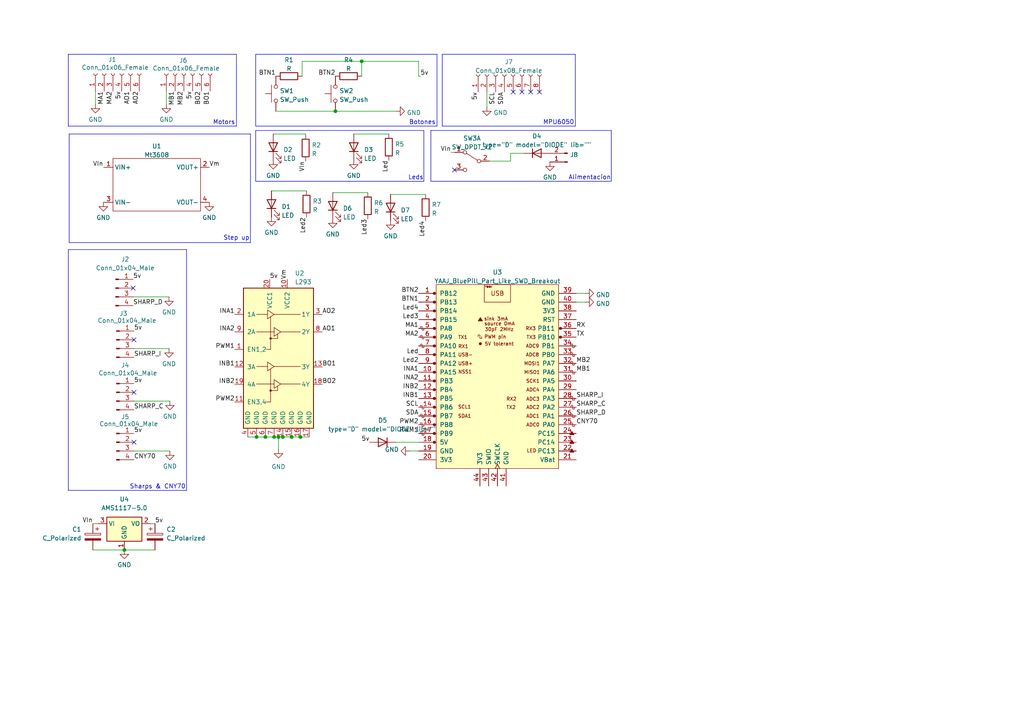
<source format=kicad_sch>
(kicad_sch (version 20230121) (generator eeschema)
  (paper "A4")
  (lib_symbols
    (symbol "Connector:Conn_01x02_Male" (pin_names (offset 1.016) hide)
      (property "Reference" "J" (at 0 2.54 0))
      (property "Value" "Conn_01x02_Male" (at 0 -5.08 0))
      (symbol "Conn_01x02_Male_1_1"
        (polyline (pts (xy 1.27 -2.54) (xy 0.8636 -2.54)) (stroke (width 0.1524)))
        (polyline (pts (xy 1.27 0) (xy 0.8636 0)) (stroke (width 0.1524)))
        (rectangle (start 0.8636 -2.413) (end 0 -2.667) (stroke (width 0.1524)) (fill (type outline)))
        (rectangle (start 0.8636 0.127) (end 0 -0.127) (stroke (width 0.1524)) (fill (type outline)))
        (pin passive line (at 5.08 0 180) (length 3.81) (name "Pin_1") (number "1"))
        (pin passive line (at 5.08 -2.54 180) (length 3.81) (name "Pin_2") (number "2"))
      )
    )
    (symbol "Connector:Conn_01x04_Male" (pin_names (offset 1.016) hide)
      (property "Reference" "J" (at 0 5.08 0))
      (property "Value" "Conn_01x04_Male" (at 0 -7.62 0))
      (symbol "Conn_01x04_Male_1_1"
        (polyline (pts (xy 1.27 -5.08) (xy 0.8636 -5.08)) (stroke (width 0.1524)))
        (polyline (pts (xy 1.27 -2.54) (xy 0.8636 -2.54)) (stroke (width 0.1524)))
        (polyline (pts (xy 1.27 0) (xy 0.8636 0)) (stroke (width 0.1524)))
        (polyline (pts (xy 1.27 2.54) (xy 0.8636 2.54)) (stroke (width 0.1524)))
        (rectangle (start 0.8636 -4.953) (end 0 -5.207) (stroke (width 0.1524)) (fill (type outline)))
        (rectangle (start 0.8636 -2.413) (end 0 -2.667) (stroke (width 0.1524)) (fill (type outline)))
        (rectangle (start 0.8636 0.127) (end 0 -0.127) (stroke (width 0.1524)) (fill (type outline)))
        (rectangle (start 0.8636 2.667) (end 0 2.413) (stroke (width 0.1524)) (fill (type outline)))
        (pin passive line (at 5.08 2.54 180) (length 3.81) (name "Pin_1") (number "1"))
        (pin passive line (at 5.08 0 180) (length 3.81) (name "Pin_2") (number "2"))
        (pin passive line (at 5.08 -2.54 180) (length 3.81) (name "Pin_3") (number "3"))
        (pin passive line (at 5.08 -5.08 180) (length 3.81) (name "Pin_4") (number "4"))
      )
    )
    (symbol "Connector:Conn_01x06_Female" (pin_names (offset 1.016) hide)
      (property "Reference" "J" (at 0 7.62 0))
      (property "Value" "Conn_01x06_Female" (at 0 -10.16 0))
      (symbol "Conn_01x06_Female_1_1"
        (arc (start 0 -7.112) (mid -0.5058 -7.62) (end 0 -8.128) (stroke (width 0.1524)))
        (arc (start 0 -4.572) (mid -0.5058 -5.08) (end 0 -5.588) (stroke (width 0.1524)))
        (arc (start 0 -2.032) (mid -0.5058 -2.54) (end 0 -3.048) (stroke (width 0.1524)))
        (polyline (pts (xy -1.27 -7.62) (xy -0.508 -7.62)) (stroke (width 0.1524)))
        (polyline (pts (xy -1.27 -5.08) (xy -0.508 -5.08)) (stroke (width 0.1524)))
        (polyline (pts (xy -1.27 -2.54) (xy -0.508 -2.54)) (stroke (width 0.1524)))
        (polyline (pts (xy -1.27 0) (xy -0.508 0)) (stroke (width 0.1524)))
        (polyline (pts (xy -1.27 2.54) (xy -0.508 2.54)) (stroke (width 0.1524)))
        (polyline (pts (xy -1.27 5.08) (xy -0.508 5.08)) (stroke (width 0.1524)))
        (arc (start 0 0.508) (mid -0.5058 0) (end 0 -0.508) (stroke (width 0.1524)))
        (arc (start 0 3.048) (mid -0.5058 2.54) (end 0 2.032) (stroke (width 0.1524)))
        (arc (start 0 5.588) (mid -0.5058 5.08) (end 0 4.572) (stroke (width 0.1524)))
        (pin passive line (at -5.08 5.08 0) (length 3.81) (name "Pin_1") (number "1"))
        (pin passive line (at -5.08 2.54 0) (length 3.81) (name "Pin_2") (number "2"))
        (pin passive line (at -5.08 0 0) (length 3.81) (name "Pin_3") (number "3"))
        (pin passive line (at -5.08 -2.54 0) (length 3.81) (name "Pin_4") (number "4"))
        (pin passive line (at -5.08 -5.08 0) (length 3.81) (name "Pin_5") (number "5"))
        (pin passive line (at -5.08 -7.62 0) (length 3.81) (name "Pin_6") (number "6"))
      )
    )
    (symbol "Connector:Conn_01x08_Female" (pin_names (offset 1.016) hide)
      (property "Reference" "J" (at 0 10.16 0))
      (property "Value" "Conn_01x08_Female" (at 0 -12.7 0))
      (symbol "Conn_01x08_Female_1_1"
        (arc (start 0 -9.652) (mid -0.5058 -10.16) (end 0 -10.668) (stroke (width 0.1524)))
        (arc (start 0 -7.112) (mid -0.5058 -7.62) (end 0 -8.128) (stroke (width 0.1524)))
        (arc (start 0 -4.572) (mid -0.5058 -5.08) (end 0 -5.588) (stroke (width 0.1524)))
        (arc (start 0 -2.032) (mid -0.5058 -2.54) (end 0 -3.048) (stroke (width 0.1524)))
        (polyline (pts (xy -1.27 -10.16) (xy -0.508 -10.16)) (stroke (width 0.1524)))
        (polyline (pts (xy -1.27 -7.62) (xy -0.508 -7.62)) (stroke (width 0.1524)))
        (polyline (pts (xy -1.27 -5.08) (xy -0.508 -5.08)) (stroke (width 0.1524)))
        (polyline (pts (xy -1.27 -2.54) (xy -0.508 -2.54)) (stroke (width 0.1524)))
        (polyline (pts (xy -1.27 0) (xy -0.508 0)) (stroke (width 0.1524)))
        (polyline (pts (xy -1.27 2.54) (xy -0.508 2.54)) (stroke (width 0.1524)))
        (polyline (pts (xy -1.27 5.08) (xy -0.508 5.08)) (stroke (width 0.1524)))
        (polyline (pts (xy -1.27 7.62) (xy -0.508 7.62)) (stroke (width 0.1524)))
        (arc (start 0 0.508) (mid -0.5058 0) (end 0 -0.508) (stroke (width 0.1524)))
        (arc (start 0 3.048) (mid -0.5058 2.54) (end 0 2.032) (stroke (width 0.1524)))
        (arc (start 0 5.588) (mid -0.5058 5.08) (end 0 4.572) (stroke (width 0.1524)))
        (arc (start 0 8.128) (mid -0.5058 7.62) (end 0 7.112) (stroke (width 0.1524)))
        (pin passive line (at -5.08 7.62 0) (length 3.81) (name "Pin_1") (number "1"))
        (pin passive line (at -5.08 5.08 0) (length 3.81) (name "Pin_2") (number "2"))
        (pin passive line (at -5.08 2.54 0) (length 3.81) (name "Pin_3") (number "3"))
        (pin passive line (at -5.08 0 0) (length 3.81) (name "Pin_4") (number "4"))
        (pin passive line (at -5.08 -2.54 0) (length 3.81) (name "Pin_5") (number "5"))
        (pin passive line (at -5.08 -5.08 0) (length 3.81) (name "Pin_6") (number "6"))
        (pin passive line (at -5.08 -7.62 0) (length 3.81) (name "Pin_7") (number "7"))
        (pin passive line (at -5.08 -10.16 0) (length 3.81) (name "Pin_8") (number "8"))
      )
    )
    (symbol "Device:C_Polarized" (pin_numbers hide) (pin_names (offset 0.254))
      (property "Reference" "C" (at 0.635 2.54 0))
      (property "Value" "C_Polarized" (at 0.635 -2.54 0))
      (symbol "C_Polarized_0_1"
        (rectangle (start -2.286 0.508) (end 2.286 1.016))
        (polyline (pts (xy -1.778 2.286) (xy -0.762 2.286)))
        (polyline (pts (xy -1.27 2.794) (xy -1.27 1.778)))
        (rectangle (start 2.286 -0.508) (end -2.286 -1.016) (fill (type outline)))
      )
      (symbol "C_Polarized_1_1"
        (pin passive line (at 0 3.81 270) (length 2.794) (name "~") (number "1"))
        (pin passive line (at 0 -3.81 90) (length 2.794) (name "~") (number "2"))
      )
    )
    (symbol "Device:LED" (pin_numbers hide) (pin_names (offset 1.016) hide)
      (property "Reference" "D" (at 0 2.54 0))
      (property "Value" "LED" (at 0 -2.54 0))
      (symbol "LED_0_1"
        (polyline (pts (xy -1.27 -1.27) (xy -1.27 1.27)) (stroke (width 0.254)))
        (polyline (pts (xy -1.27 0) (xy 1.27 0)))
        (polyline (pts (xy 1.27 -1.27) (xy 1.27 1.27) (xy -1.27 0) (xy 1.27 -1.27)) (stroke (width 0.254)))
        (polyline (pts (xy -3.048 -0.762) (xy -4.572 -2.286) (xy -3.81 -2.286) (xy -4.572 -2.286) (xy -4.572 -1.524)))
        (polyline (pts (xy -1.778 -0.762) (xy -3.302 -2.286) (xy -2.54 -2.286) (xy -3.302 -2.286) (xy -3.302 -1.524)))
      )
      (symbol "LED_1_1"
        (pin passive line (at -3.81 0 0) (length 2.54) (name "K") (number "1"))
        (pin passive line (at 3.81 0 180) (length 2.54) (name "A") (number "2"))
      )
    )
    (symbol "Device:R" (pin_numbers hide) (pin_names (offset 0))
      (property "Reference" "R" (at 2.032 0 90))
      (property "Value" "R" (at 0 0 90))
      (symbol "R_0_1"
        (rectangle (start -1.016 -2.54) (end 1.016 2.54) (stroke (width 0.254)))
      )
      (symbol "R_1_1"
        (pin passive line (at 0 3.81 270) (length 1.27) (name "~") (number "1"))
        (pin passive line (at 0 -3.81 90) (length 1.27) (name "~") (number "2"))
      )
    )
    (symbol "Driver_Motor:L293" (pin_names (offset 1.016))
      (property "Reference" "U2" (at 4.7341 27.178 0))
      (property "Value" "L293" (at 4.7341 24.638 0))
      (symbol "L293_0_1"
        (rectangle (start -10.16 22.86) (end 10.16 -17.78) (stroke (width 0.254)) (fill (type background)))
        (circle (center -2.286 -6.858) (radius 0.254) (fill (type outline)))
        (circle (center -2.286 8.255) (radius 0.254) (fill (type outline)))
        (polyline (pts (xy -6.35 -4.953) (xy -1.27 -4.953)))
        (polyline (pts (xy -6.35 0.127) (xy -3.175 0.127)))
        (polyline (pts (xy -6.35 10.16) (xy -1.27 10.16)))
        (polyline (pts (xy -6.35 15.24) (xy -3.175 15.24)))
        (polyline (pts (xy -1.27 0.127) (xy 6.35 0.127)))
        (polyline (pts (xy -1.27 15.24) (xy 6.35 15.24)))
        (polyline (pts (xy 0.635 -4.953) (xy 6.35 -4.953)))
        (polyline (pts (xy 0.635 10.16) (xy 6.35 10.16)))
        (polyline (pts (xy -2.286 -6.858) (xy -0.254 -6.858) (xy -0.254 -5.588)))
        (polyline (pts (xy -2.286 -0.635) (xy -2.286 -10.16) (xy -3.556 -10.16)))
        (polyline (pts (xy -2.286 8.255) (xy -0.254 8.255) (xy -0.254 9.525)))
        (polyline (pts (xy -2.286 14.478) (xy -2.286 5.08) (xy -3.556 5.08)))
        (polyline (pts (xy -3.175 1.397) (xy -3.175 -1.143) (xy -1.27 0.127) (xy -3.175 1.397)))
        (polyline (pts (xy -3.175 16.51) (xy -3.175 13.97) (xy -1.27 15.24) (xy -3.175 16.51)))
        (polyline (pts (xy -1.27 -3.683) (xy -1.27 -6.223) (xy 0.635 -4.953) (xy -1.27 -3.683)))
        (polyline (pts (xy -1.27 11.43) (xy -1.27 8.89) (xy 0.635 10.16) (xy -1.27 11.43)))
      )
      (symbol "L293_1_1"
        (pin input line (at -12.7 5.08 0) (length 2.54) (name "EN1,2") (number "1"))
        (pin power_in line (at 2.54 25.4 270) (length 2.54) (name "VCC2") (number "10"))
        (pin input line (at -12.7 -10.16 0) (length 2.54) (name "EN3,4") (number "11"))
        (pin input line (at -12.7 0 0) (length 2.54) (name "3A") (number "12"))
        (pin output line (at 12.7 0 180) (length 2.54) (name "3Y") (number "13"))
        (pin power_in line (at 1.27 -20.32 90) (length 2.54) (name "GND") (number "14"))
        (pin power_in line (at 3.81 -20.32 90) (length 2.54) (name "GND") (number "15"))
        (pin power_in line (at 6.35 -20.32 90) (length 2.54) (name "GND") (number "16"))
        (pin power_in line (at 8.89 -20.32 90) (length 2.54) (name "GND") (number "17"))
        (pin output line (at 12.7 -5.08 180) (length 2.54) (name "4Y") (number "18"))
        (pin input line (at -12.7 -5.08 0) (length 2.54) (name "4A") (number "19"))
        (pin input line (at -12.7 15.24 0) (length 2.54) (name "1A") (number "2"))
        (pin power_in line (at -2.54 25.4 270) (length 2.54) (name "VCC1") (number "20"))
        (pin output line (at 12.7 15.24 180) (length 2.54) (name "1Y") (number "3"))
        (pin power_in line (at -8.89 -20.32 90) (length 2.54) (name "GND") (number "4"))
        (pin power_in line (at -6.35 -20.32 90) (length 2.54) (name "GND") (number "5"))
        (pin power_in line (at -3.81 -20.32 90) (length 2.54) (name "GND") (number "6"))
        (pin power_in line (at -1.27 -20.32 90) (length 2.54) (name "GND") (number "7"))
        (pin output line (at 12.7 10.16 180) (length 2.54) (name "2Y") (number "8"))
        (pin input line (at -12.7 10.16 0) (length 2.54) (name "2A") (number "9"))
      )
    )
    (symbol "GND_1" (power) (pin_names (offset 0))
      (property "Value" "GND_1" (at 0 -3.81 0))
      (symbol "GND_1_0_1"
        (polyline (pts (xy 0 0) (xy 0 -1.27) (xy 1.27 -1.27) (xy 0 -2.54) (xy -1.27 -1.27) (xy 0 -1.27)))
      )
      (symbol "GND_1_1_1"
        (pin power_in line (at 0 0 270) (length 0) hide (name "GND") (number "1"))
      )
    )
    (symbol "Regulator_Linear:AMS1117-5.0"
      (property "Reference" "U" (at -3.81 3.175 0))
      (property "Value" "AMS1117-5.0" (at 0 3.175 0))
      (symbol "AMS1117-5.0_0_1"
        (rectangle (start -5.08 -5.08) (end 5.08 1.905) (stroke (width 0.254)) (fill (type background)))
      )
      (symbol "AMS1117-5.0_1_1"
        (pin power_in line (at 0 -7.62 90) (length 2.54) (name "GND") (number "1"))
        (pin power_out line (at 7.62 0 180) (length 2.54) (name "VO") (number "2"))
        (pin power_in line (at -7.62 0 0) (length 2.54) (name "VI") (number "3"))
      )
    )
    (symbol "Simulation_SPICE:DIODE" (pin_numbers hide) (pin_names (offset 1.016) hide)
      (property "Reference" "D" (at 0 2.54 0))
      (property "Value" "DIODE" (at 0 -2.54 0))
      (symbol "DIODE_0_1"
        (polyline (pts (xy 1.27 0) (xy -1.27 0)))
        (polyline (pts (xy 1.27 1.27) (xy 1.27 -1.27)) (stroke (width 0.254)))
        (polyline (pts (xy -1.27 -1.27) (xy -1.27 1.27) (xy 1.27 0) (xy -1.27 -1.27)) (stroke (width 0.254)))
      )
      (symbol "DIODE_1_1"
        (pin passive line (at -3.81 0 0) (length 2.54) (name "A") (number "1"))
        (pin passive line (at 3.81 0 180) (length 2.54) (name "K") (number "2"))
      )
    )
    (symbol "Switch:SW_DPDT_x2" (pin_names (offset 0) hide)
      (property "Reference" "SW" (at 0 4.318 0))
      (property "Value" "SW_DPDT_x2" (at 0 -5.08 0))
      (symbol "SW_DPDT_x2_0_0"
        (circle (center -2.032 0) (radius 0.508))
        (circle (center 2.032 -2.54) (radius 0.508))
      )
      (symbol "SW_DPDT_x2_0_1"
        (polyline (pts (xy -1.524 0.254) (xy 1.651 2.286)))
        (circle (center 2.032 2.54) (radius 0.508))
      )
      (symbol "SW_DPDT_x2_1_1"
        (pin passive line (at 5.08 2.54 180) (length 2.54) (name "A") (number "1"))
        (pin passive line (at -5.08 0 0) (length 2.54) (name "B") (number "2"))
        (pin passive line (at 5.08 -2.54 180) (length 2.54) (name "C") (number "3"))
      )
      (symbol "SW_DPDT_x2_2_1"
        (pin passive line (at 5.08 2.54 180) (length 2.54) (name "A") (number "4"))
        (pin passive line (at -5.08 0 0) (length 2.54) (name "B") (number "5"))
        (pin passive line (at 5.08 -2.54 180) (length 2.54) (name "C") (number "6"))
      )
    )
    (symbol "Switch:SW_Push" (pin_numbers hide) (pin_names (offset 1.016) hide)
      (property "Reference" "SW" (at 1.27 2.54 0))
      (property "Value" "SW_Push" (at 0 -1.524 0))
      (symbol "SW_Push_0_1"
        (circle (center -2.032 0) (radius 0.508))
        (polyline (pts (xy 0 1.27) (xy 0 3.048)))
        (polyline (pts (xy 2.54 1.27) (xy -2.54 1.27)))
        (circle (center 2.032 0) (radius 0.508))
        (pin passive line (at -5.08 0 0) (length 2.54) (name "1") (number "1"))
        (pin passive line (at 5.08 0 180) (length 2.54) (name "2") (number "2"))
      )
    )
    (symbol "YAAJ_BluePill_Part_Like_SWD_Breakout:YAAJ_BluePill_Part_Like_SWD_Breakout" (pin_names (offset 1.016))
      (property "Reference" "U" (at -15.24 27.94 0))
      (property "Value" "YAAJ_BluePill_Part_Like_SWD_Breakout" (at 20.32 27.94 0))
      (symbol "YAAJ_BluePill_Part_Like_SWD_Breakout_0_0"
        (circle (center -18.288 -20.32) (radius 0.3556) (fill (type outline)))
        (circle (center -18.288 -17.78) (radius 0.3556) (fill (type outline)))
        (circle (center -18.288 -15.24) (radius 0.3556) (fill (type outline)))
        (circle (center -18.288 -12.7) (radius 0.3556) (fill (type outline)))
        (circle (center -18.288 -10.16) (radius 0.3556) (fill (type outline)))
        (circle (center -18.288 -7.62) (radius 0.3556) (fill (type outline)))
        (circle (center -18.288 -5.08) (radius 0.3556) (fill (type outline)))
        (circle (center -18.288 -2.54) (radius 0.3556) (fill (type outline)))
        (circle (center -18.288 0) (radius 0.3556) (fill (type outline)))
        (circle (center -18.288 2.54) (radius 0.3556) (fill (type outline)))
        (circle (center -18.288 5.08) (radius 0.3556) (fill (type outline)))
        (circle (center -18.288 7.62) (radius 0.3556) (fill (type outline)))
        (circle (center -18.288 10.16) (radius 0.3556) (fill (type outline)))
        (circle (center -18.288 12.7) (radius 0.3556) (fill (type outline)))
        (circle (center -18.288 15.24) (radius 0.3556) (fill (type outline)))
        (circle (center -18.288 17.78) (radius 0.3556) (fill (type outline)))
        (circle (center -18.288 22.86) (radius 0.3556) (fill (type outline)))
        (circle (center -4.953 8.255) (radius 0.127) (fill (type outline)))
        (circle (center -4.953 8.255) (radius 0.254))
        (circle (center -4.953 8.255) (radius 0.3556))
        (polyline (pts (xy -5.588 14.859) (xy -4.953 15.875) (xy -4.318 14.859) (xy -5.588 14.859) (xy -4.953 15.748) (xy -4.445 14.859) (xy -5.461 14.986) (xy -4.953 15.621) (xy -4.572 14.859) (xy -5.334 15.113) (xy -4.826 15.494) (xy -4.699 14.859) (xy -5.207 15.24) (xy -4.699 15.367) (xy -4.826 14.986) (xy -5.08 15.24) (xy -4.826 15.113) (xy -4.953 15.367)))
        (polyline (pts (xy 20.955 -23.241) (xy 21.59 -22.225) (xy 22.225 -23.241) (xy 20.955 -23.241) (xy 21.59 -22.352) (xy 22.098 -23.241) (xy 21.082 -23.114) (xy 21.59 -22.479) (xy 21.971 -23.241) (xy 21.209 -22.987) (xy 21.717 -22.606) (xy 21.844 -23.241) (xy 21.336 -22.86) (xy 21.844 -22.733) (xy 21.717 -23.114) (xy 21.463 -22.86) (xy 21.717 -22.987) (xy 21.59 -22.733)))
        (polyline (pts (xy 20.955 -20.701) (xy 21.59 -19.685) (xy 22.225 -20.701) (xy 20.955 -20.701) (xy 21.59 -19.812) (xy 22.098 -20.701) (xy 21.082 -20.574) (xy 21.59 -19.939) (xy 21.971 -20.701) (xy 21.209 -20.447) (xy 21.717 -20.066) (xy 21.844 -20.701) (xy 21.336 -20.32) (xy 21.844 -20.193) (xy 21.717 -20.574) (xy 21.463 -20.32) (xy 21.717 -20.447) (xy 21.59 -20.193)))
        (polyline (pts (xy 20.955 -18.161) (xy 21.59 -17.145) (xy 22.225 -18.161) (xy 20.955 -18.161) (xy 21.59 -17.272) (xy 22.098 -18.161) (xy 21.082 -18.034) (xy 21.59 -17.399) (xy 21.971 -18.161) (xy 21.209 -17.907) (xy 21.717 -17.526) (xy 21.844 -18.161) (xy 21.336 -17.78) (xy 21.844 -17.653) (xy 21.717 -18.034) (xy 21.463 -17.78) (xy 21.717 -17.907) (xy 21.59 -17.653)))
        (circle (center 18.288 10.16) (radius 0.254) (fill (type outline)))
        (circle (center 18.288 10.16) (radius 0.3556))
        (circle (center 18.288 12.7) (radius 0.254) (fill (type outline)))
        (circle (center 18.288 12.7) (radius 0.3556))
        (text "30pF 2MHz" (at 0.508 12.446 0) (effects (font (size 0.9906 0.9906))))
        (text "5V tolerant" (at 0.508 8.255 0) (effects (font (size 0.9906 0.9906))))
        (text "ADC0" (at 10.287 -15.24 0) (effects (font (size 0.9906 0.9906))))
        (text "ADC1" (at 10.287 -12.7 0) (effects (font (size 0.9906 0.9906))))
        (text "ADC2" (at 10.287 -10.16 0) (effects (font (size 0.9906 0.9906))))
        (text "ADC3" (at 10.287 -7.747 0) (effects (font (size 0.9906 0.9906))))
        (text "ADC4" (at 10.287 -5.08 0) (effects (font (size 0.9906 0.9906))))
        (text "ADC8" (at 10.16 5.08 0) (effects (font (size 0.9906 0.9906))))
        (text "ADC9" (at 10.16 7.62 0) (effects (font (size 0.9906 0.9906))))
        (text "LED" (at 9.906 -22.733 0) (effects (font (size 0.9906 0.9906))))
        (text "MISO1" (at 10.033 0 0) (effects (font (size 0.9906 0.9906))))
        (text "MOSI1" (at 10.033 2.54 0) (effects (font (size 0.9906 0.9906))))
        (text "NSS1" (at -9.398 0.127 0) (effects (font (size 0.9906 0.9906))))
        (text "PWM pin" (at -0.635 10.287 0) (effects (font (size 0.9906 0.9906))))
        (text "RX1" (at -9.906 7.493 0) (effects (font (size 0.9906 0.9906))))
        (text "RX2" (at 4.064 -7.747 0) (effects (font (size 0.9906 0.9906))))
        (text "RX3" (at 9.652 12.7 0) (effects (font (size 0.9906 0.9906))))
        (text "SCK1" (at 10.287 -2.54 0) (effects (font (size 0.9906 0.9906))))
        (text "SCL1" (at -9.525 -10.033 0) (effects (font (size 0.9906 0.9906))))
        (text "SDA1" (at -9.525 -12.7 0) (effects (font (size 0.9906 0.9906))))
        (text "sink 3mA" (at -0.381 15.494 0) (effects (font (size 0.9906 0.9906))))
        (text "source 0mA" (at 0.635 14.097 0) (effects (font (size 0.9906 0.9906))))
        (text "TX1" (at -10.033 10.16 0) (effects (font (size 0.9906 0.9906))))
        (text "TX2" (at 3.937 -10.16 0) (effects (font (size 0.9906 0.9906))))
        (text "TX3" (at 9.779 10.16 0) (effects (font (size 0.9906 0.9906))))
        (text "USB" (at 0 22.86 0) (effects (font (size 1.27 1.27))))
        (text "USB+" (at -9.271 2.54 0) (effects (font (size 0.9906 0.9906))))
        (text "USB-" (at -9.271 5.08 0) (effects (font (size 0.9906 0.9906))))
        (text "Y@@J" (at -2.5654 24.8412 0) (effects (font (size 0.508 0.508))))
      )
      (symbol "YAAJ_BluePill_Part_Like_SWD_Breakout_0_1"
        (rectangle (start -17.78 25.4) (end 17.78 -27.94) (fill (type background)))
        (polyline (pts (xy -21.336 -17.78) (xy -21.336 -18.288) (xy -21.844 -18.288) (xy -21.844 -17.272) (xy -22.352 -17.272) (xy -22.352 -17.78)))
        (polyline (pts (xy -21.336 -15.24) (xy -21.336 -15.748) (xy -21.844 -15.748) (xy -21.844 -14.732) (xy -22.352 -14.732) (xy -22.352 -15.24)))
        (polyline (pts (xy -21.336 -12.7) (xy -21.336 -13.208) (xy -21.844 -13.208) (xy -21.844 -12.192) (xy -22.352 -12.192) (xy -22.352 -12.7)))
        (polyline (pts (xy -21.336 -10.16) (xy -21.336 -10.668) (xy -21.844 -10.668) (xy -21.844 -9.652) (xy -22.352 -9.652) (xy -22.352 -10.16)))
        (polyline (pts (xy -21.336 7.62) (xy -21.336 7.112) (xy -21.844 7.112) (xy -21.844 8.128) (xy -22.352 8.128) (xy -22.352 7.62)))
        (polyline (pts (xy -21.336 10.16) (xy -21.336 9.652) (xy -21.844 9.652) (xy -21.844 10.668) (xy -22.352 10.668) (xy -22.352 10.16)))
        (polyline (pts (xy -21.336 12.7) (xy -21.336 12.192) (xy -21.844 12.192) (xy -21.844 13.208) (xy -22.352 13.208) (xy -22.352 12.7)))
        (polyline (pts (xy -4.572 10.287) (xy -4.572 9.779) (xy -5.08 9.779) (xy -5.08 10.795) (xy -5.588 10.795) (xy -5.588 10.287)))
        (polyline (pts (xy 22.352 -15.24) (xy 22.352 -15.748) (xy 21.844 -15.748) (xy 21.844 -14.732) (xy 21.336 -14.732) (xy 21.336 -15.24)))
        (polyline (pts (xy 22.352 -12.7) (xy 22.352 -13.208) (xy 21.844 -13.208) (xy 21.844 -12.192) (xy 21.336 -12.192) (xy 21.336 -12.7)))
        (polyline (pts (xy 22.352 -10.16) (xy 22.352 -10.668) (xy 21.844 -10.668) (xy 21.844 -9.652) (xy 21.336 -9.652) (xy 21.336 -10.16)))
        (polyline (pts (xy 22.352 -7.62) (xy 22.352 -8.128) (xy 21.844 -8.128) (xy 21.844 -7.112) (xy 21.336 -7.112) (xy 21.336 -7.62)))
        (polyline (pts (xy 22.352 0) (xy 22.352 -0.508) (xy 21.844 -0.508) (xy 21.844 0.508) (xy 21.336 0.508) (xy 21.336 0)))
        (polyline (pts (xy 22.352 2.54) (xy 22.352 2.032) (xy 21.844 2.032) (xy 21.844 3.048) (xy 21.336 3.048) (xy 21.336 2.54)))
        (polyline (pts (xy 22.352 5.08) (xy 22.352 4.572) (xy 21.844 4.572) (xy 21.844 5.588) (xy 21.336 5.588) (xy 21.336 5.08)))
        (polyline (pts (xy 22.352 7.62) (xy 22.352 7.112) (xy 21.844 7.112) (xy 21.844 8.128) (xy 21.336 8.128) (xy 21.336 7.62)))
        (rectangle (start 3.81 25.4) (end -3.81 20.32))
      )
      (symbol "YAAJ_BluePill_Part_Like_SWD_Breakout_1_1"
        (circle (center -18.288 20.32) (radius 0.3556) (fill (type outline)))
        (pin bidirectional line (at -22.86 22.86 0) (length 5.08) (name "PB12") (number "1"))
        (pin bidirectional line (at -22.86 0 0) (length 5.08) (name "PA15") (number "10"))
        (pin bidirectional line (at -22.86 -2.54 0) (length 5.08) (name "PB3") (number "11"))
        (pin bidirectional line (at -22.86 -5.08 0) (length 5.08) (name "PB4") (number "12"))
        (pin bidirectional line (at -22.86 -7.62 0) (length 5.08) (name "PB5") (number "13"))
        (pin bidirectional line (at -22.86 -10.16 0) (length 5.08) (name "PB6") (number "14"))
        (pin bidirectional line (at -22.86 -12.7 0) (length 5.08) (name "PB7") (number "15"))
        (pin bidirectional line (at -22.86 -15.24 0) (length 5.08) (name "PB8") (number "16"))
        (pin bidirectional line (at -22.86 -17.78 0) (length 5.08) (name "PB9") (number "17"))
        (pin power_in line (at -22.86 -20.32 0) (length 5.08) (name "5V") (number "18"))
        (pin power_in line (at -22.86 -22.86 0) (length 5.08) (name "GND") (number "19"))
        (pin bidirectional line (at -22.86 20.32 0) (length 5.08) (name "PB13") (number "2"))
        (pin power_in line (at -22.86 -25.4 0) (length 5.08) (name "3V3") (number "20"))
        (pin power_in line (at 22.86 -25.4 180) (length 5.08) (name "VBat") (number "21"))
        (pin bidirectional line (at 22.86 -22.86 180) (length 5.08) (name "PC13") (number "22"))
        (pin bidirectional line (at 22.86 -20.32 180) (length 5.08) (name "PC14") (number "23"))
        (pin bidirectional line (at 22.86 -17.78 180) (length 5.08) (name "PC15") (number "24"))
        (pin bidirectional line (at 22.86 -15.24 180) (length 5.08) (name "PA0") (number "25"))
        (pin bidirectional line (at 22.86 -12.7 180) (length 5.08) (name "PA1") (number "26"))
        (pin bidirectional line (at 22.86 -10.16 180) (length 5.08) (name "PA2") (number "27"))
        (pin bidirectional line (at 22.86 -7.62 180) (length 5.08) (name "PA3") (number "28"))
        (pin bidirectional line (at 22.86 -5.08 180) (length 5.08) (name "PA4") (number "29"))
        (pin bidirectional line (at -22.86 17.78 0) (length 5.08) (name "PB14") (number "3"))
        (pin bidirectional line (at 22.86 -2.54 180) (length 5.08) (name "PA5") (number "30"))
        (pin bidirectional line (at 22.86 0 180) (length 5.08) (name "PA6") (number "31"))
        (pin bidirectional line (at 22.86 2.54 180) (length 5.08) (name "PA7") (number "32"))
        (pin bidirectional line (at 22.86 5.08 180) (length 5.08) (name "PB0") (number "33"))
        (pin bidirectional line (at 22.86 7.62 180) (length 5.08) (name "PB1") (number "34"))
        (pin bidirectional line (at 22.86 10.16 180) (length 5.08) (name "PB10") (number "35"))
        (pin bidirectional line (at 22.86 12.7 180) (length 5.08) (name "PB11") (number "36"))
        (pin input line (at 22.86 15.24 180) (length 5.08) (name "RST") (number "37"))
        (pin power_in line (at 22.86 17.78 180) (length 5.08) (name "3V3") (number "38"))
        (pin power_in line (at 22.86 22.86 180) (length 5.08) (name "GND") (number "39"))
        (pin bidirectional line (at -22.86 15.24 0) (length 5.08) (name "PB15") (number "4"))
        (pin power_in line (at 22.86 20.32 180) (length 5.08) (name "GND") (number "40"))
        (pin power_in line (at 2.54 -33.02 90) (length 5.08) (name "GND") (number "41"))
        (pin bidirectional clock (at 0 -33.02 90) (length 5.08) (name "SWCLK") (number "42"))
        (pin bidirectional line (at -2.54 -33.02 90) (length 5.08) (name "SWIO") (number "43"))
        (pin power_in line (at -5.08 -33.02 90) (length 5.08) (name "3V3") (number "44"))
        (pin bidirectional line (at -22.86 12.7 0) (length 5.08) (name "PA8") (number "5"))
        (pin bidirectional line (at -22.86 10.16 0) (length 5.08) (name "PA9") (number "6"))
        (pin bidirectional line (at -22.86 7.62 0) (length 5.08) (name "PA10") (number "7"))
        (pin bidirectional line (at -22.86 5.08 0) (length 5.08) (name "PA11") (number "8"))
        (pin bidirectional line (at -22.86 2.54 0) (length 5.08) (name "PA12") (number "9"))
      )
    )
    (symbol "power:GND" (power) (pin_names (offset 0))
      (property "Value" "GND" (at 0 -3.81 0))
      (symbol "GND_0_1"
        (polyline (pts (xy 0 0) (xy 0 -1.27) (xy 1.27 -1.27) (xy 0 -2.54) (xy -1.27 -1.27) (xy 0 -1.27)))
      )
      (symbol "GND_1_1"
        (pin power_in line (at 0 0 270) (length 0) hide (name "GND") (number "1"))
      )
    )
    (symbol "propios:Mt3608"
      (property "Reference" "U" (at 0 0 0))
      (property "Value" "Mt3608" (at 0 0 0))
      (symbol "Mt3608_0_1"
        (rectangle (start -12.7 -2.54) (end 12.7 -17.78))
      )
      (symbol "Mt3608_1_1"
        (pin input line (at -15.24 -5.08 0) (length 2.54) (name "VIN+") (number "1"))
        (pin input line (at 15.24 -5.08 180) (length 2.54) (name "VOUT+") (number "2"))
        (pin input line (at -15.24 -15.24 0) (length 2.54) (name "VIN-") (number "3"))
        (pin input line (at 15.24 -15.24 180) (length 2.54) (name "VOUT-") (number "4"))
      )
    )
  )
  (junction (at 104.902 17.78))
  (junction (at 82.042 126.746))
  (junction (at 84.582 126.746))
  (junction (at 79.502 126.746))
  (junction (at 97.282 32.258))
  (junction (at 76.962 126.746))
  (junction (at 36.068 159.512))
  (junction (at 80.772 126.746))
  (junction (at 74.422 126.746))
  (junction (at 87.122 126.746))
  (no_connect (at 38.862 98.552))
  (no_connect (at 151.384 26.67))
  (no_connect (at 148.844 26.67))
  (no_connect (at 156.464 26.67))
  (no_connect (at 131.826 49.276))
  (no_connect (at 38.862 113.792))
  (no_connect (at 38.608 83.566))
  (no_connect (at 153.924 26.67))
  (no_connect (at 38.862 128.27))
  (polyline (pts (xy 74.168 36.576) (xy 74.168 15.748)))
  (wire (pts (xy 102.616 38.862) (xy 112.776 38.862)))
  (polyline (pts (xy 124.968 52.578) (xy 177.292 52.578)))
  (wire (pts (xy 82.042 126.746) (xy 84.582 126.746)))
  (wire (pts (xy 167.132 85.09) (xy 169.672 85.09)))
  (wire (pts (xy 79.502 126.746) (xy 80.772 126.746)))
  (wire (pts (xy 49.022 86.106) (xy 38.608 86.106)))
  (wire (pts (xy 80.772 130.302) (xy 80.772 126.746)))
  (polyline (pts (xy 19.812 72.39) (xy 19.812 142.24)))
  (wire (pts (xy 88.646 38.862) (xy 88.646 39.116)))
  (polyline (pts (xy 124.968 37.846) (xy 124.968 52.578)))
  (wire (pts (xy 29.972 58.674) (xy 30.226 58.674)))
  (wire (pts (xy 49.276 116.332) (xy 38.862 116.332)))
  (wire (pts (xy 167.132 87.63) (xy 169.672 87.63)))
  (polyline (pts (xy 126.746 15.748) (xy 126.746 36.576)))
  (wire (pts (xy 84.582 126.746) (xy 87.122 126.746)))
  (wire (pts (xy 121.92 22.098) (xy 121.412 22.098)))
  (wire (pts (xy 87.63 22.098) (xy 87.63 17.78)))
  (polyline (pts (xy 128.27 36.576) (xy 128.27 15.748)))
  (wire (pts (xy 148.082 46.736) (xy 141.986 46.736)))
  (polyline (pts (xy 128.27 15.748) (xy 166.878 15.748)))
  (wire (pts (xy 151.892 44.45) (xy 148.082 44.45)))
  (polyline (pts (xy 122.936 37.846) (xy 122.936 52.578)))
  (polyline (pts (xy 19.812 15.748) (xy 19.812 36.576)))
  (polyline (pts (xy 74.168 52.578) (xy 74.168 37.846)))
  (wire (pts (xy 29.972 48.514) (xy 30.226 48.514)))
  (polyline (pts (xy 126.746 36.576) (xy 74.168 36.576)))
  (polyline (pts (xy 19.812 15.748) (xy 68.58 15.748)))
  (wire (pts (xy 96.52 55.88) (xy 106.68 55.88)))
  (polyline (pts (xy 74.168 37.846) (xy 122.936 37.846)))
  (wire (pts (xy 130.81 44.196) (xy 131.826 44.196)))
  (wire (pts (xy 80.01 32.258) (xy 97.282 32.258)))
  (wire (pts (xy 104.902 22.098) (xy 104.902 17.78)))
  (wire (pts (xy 49.022 101.092) (xy 38.862 101.092)))
  (wire (pts (xy 36.068 159.512) (xy 44.958 159.512)))
  (wire (pts (xy 74.422 126.746) (xy 76.962 126.746)))
  (wire (pts (xy 87.63 17.78) (xy 104.902 17.78)))
  (wire (pts (xy 26.924 151.892) (xy 28.448 151.892)))
  (polyline (pts (xy 68.58 15.748) (xy 68.58 36.576)))
  (wire (pts (xy 121.412 17.78) (xy 121.412 22.098)))
  (wire (pts (xy 104.902 17.78) (xy 121.412 17.78)))
  (polyline (pts (xy 68.58 36.576) (xy 19.812 36.576)))
  (wire (pts (xy 76.962 126.746) (xy 79.502 126.746)))
  (wire (pts (xy 87.122 126.746) (xy 89.662 126.746)))
  (wire (pts (xy 49.276 130.81) (xy 38.862 130.81)))
  (wire (pts (xy 114.808 128.27) (xy 121.412 128.27)))
  (wire (pts (xy 80.772 126.746) (xy 82.042 126.746)))
  (polyline (pts (xy 20.066 38.862) (xy 72.644 38.862)))
  (wire (pts (xy 148.082 44.45) (xy 148.082 46.736)))
  (wire (pts (xy 27.686 30.226) (xy 27.686 26.416)))
  (polyline (pts (xy 72.644 70.358) (xy 20.066 70.358)))
  (wire (pts (xy 44.958 151.892) (xy 43.688 151.892)))
  (wire (pts (xy 97.282 32.258) (xy 114.808 32.258)))
  (polyline (pts (xy 20.066 38.862) (xy 20.066 70.358)))
  (wire (pts (xy 121.412 130.81) (xy 118.872 130.81)))
  (polyline (pts (xy 122.936 52.578) (xy 74.168 52.578)))
  (polyline (pts (xy 177.292 52.578) (xy 177.292 37.846)))
  (polyline (pts (xy 19.812 142.24) (xy 54.102 142.24)))
  (wire (pts (xy 113.284 56.388) (xy 123.444 56.388)))
  (polyline (pts (xy 54.102 142.24) (xy 54.102 72.39)))
  (wire (pts (xy 141.224 30.988) (xy 141.224 26.67)))
  (polyline (pts (xy 72.644 38.862) (xy 72.644 70.358)))
  (polyline (pts (xy 177.292 37.846) (xy 124.968 37.846)))
  (polyline (pts (xy 54.102 72.39) (xy 19.812 72.39)))
  (polyline (pts (xy 128.27 36.576) (xy 166.878 36.576)))
  (wire (pts (xy 78.74 55.372) (xy 88.9 55.372)))
  (wire (pts (xy 71.882 126.746) (xy 74.422 126.746)))
  (wire (pts (xy 79.248 38.862) (xy 88.646 38.862)))
  (polyline (pts (xy 124.968 37.846) (xy 124.968 37.846)))
  (polyline (pts (xy 166.878 15.748) (xy 166.878 36.576)))
  (wire (pts (xy 48.26 30.226) (xy 48.26 26.416)))
  (wire (pts (xy 26.924 159.512) (xy 36.068 159.512)))
  (polyline (pts (xy 74.168 15.748) (xy 126.746 15.748)))
  (text "Step up\n" (at 64.77 69.85 0) (effects (font (size 1.27 1.27)) (justify left bottom)))
  (text "Botones\n" (at 118.618 36.322 0) (effects (font (size 1.27 1.27)) (justify left bottom)))
  (text "Sharps & CNY70" (at 37.592 141.986 0) (effects (font (size 1.27 1.27)) (justify left bottom)))
  (text "MPU6050\n" (at 157.48 36.322 0) (effects (font (size 1.27 1.27)) (justify left bottom)))
  (text "Leds" (at 118.364 52.324 0) (effects (font (size 1.27 1.27)) (justify left bottom)))
  (text "Motors\n" (at 61.722 36.322 0) (effects (font (size 1.27 1.27)) (justify left bottom)))
  (text "Alimentacion\n" (at 164.846 52.324 0) (effects (font (size 1.27 1.27)) (justify left bottom)))
  (label "BO2" (at 93.472 111.506 0))
  (label "BTN2" (at 121.412 85.09 180))
  (label "5v" (at 44.958 151.892 0))
  (label "PWM2" (at 68.072 116.586 180))
  (label "5v" (at 55.88 26.416 270))
  (label "VIn" (at 26.924 151.892 180))
  (label "5v" (at 38.862 96.012 0))
  (label "PWM2" (at 121.412 123.19 180))
  (label "INA2" (at 68.072 96.266 180))
  (label "Led3" (at 106.68 63.5 270))
  (label "SHARP_C" (at 167.132 118.11 0))
  (label "5v" (at 38.862 111.252 0))
  (label "INA2" (at 121.412 110.49 180))
  (label "BTN1" (at 121.412 87.63 180))
  (label "BTN1" (at 80.01 22.098 180))
  (label "AO2" (at 40.386 26.416 270))
  (label "BTN2" (at 97.282 22.098 180))
  (label "SHARP_D" (at 167.132 120.65 0))
  (label "5v" (at 38.608 81.026 0))
  (label "SHARP_C" (at 38.862 118.872 0))
  (label "5v" (at 138.684 26.67 270))
  (label "CNY70" (at 167.132 123.19 0))
  (label "INB2" (at 121.412 113.03 180))
  (label "MB1" (at 167.132 107.95 0))
  (label "BO1" (at 60.96 26.416 270))
  (label "AO1" (at 37.846 26.416 270))
  (label "BO2" (at 58.42 26.416 270))
  (label "MA1" (at 121.412 95.25 180))
  (label "5v" (at 121.92 22.098 0))
  (label "Vm" (at 60.706 48.514 0))
  (label "Led2" (at 121.412 105.41 180))
  (label "INB1" (at 68.072 106.426 180))
  (label "BO1" (at 93.472 106.426 0))
  (label "SHARP_D" (at 38.608 88.646 0))
  (label "MA1" (at 30.226 26.416 270))
  (label "VIn" (at 88.646 46.736 270))
  (label "Led3" (at 121.412 92.71 180))
  (label "MB1" (at 50.8 26.416 270))
  (label "Led2" (at 88.9 62.992 270))
  (label "VIn" (at 29.972 48.514 180))
  (label "MA2" (at 121.412 97.79 180))
  (label "Led4" (at 121.412 90.17 180))
  (label "AO1" (at 93.472 96.266 0))
  (label "MB2" (at 167.132 105.41 0))
  (label "AO2" (at 93.472 91.186 0))
  (label "5v" (at 38.862 125.73 0))
  (label "5v" (at 35.306 26.416 270))
  (label "5v" (at 78.232 81.026 0))
  (label "INA1" (at 121.412 107.95 180))
  (label "RX" (at 167.132 95.25 0))
  (label "SHARP_I" (at 38.862 103.632 0))
  (label "CNY70" (at 38.862 133.35 0))
  (label "MB2" (at 53.34 26.416 270))
  (label "Led4" (at 123.444 64.008 270))
  (label "Vm" (at 83.312 81.026 90))
  (label "INB2" (at 68.072 111.506 180))
  (label "TX" (at 167.132 97.79 0))
  (label "INB1" (at 121.412 115.57 180))
  (label "SDA" (at 146.304 26.67 270))
  (label "PWM1" (at 121.412 125.73 180))
  (label "Led" (at 121.412 102.87 180))
  (label "VIn" (at 130.81 44.196 180))
  (label "SDA" (at 121.412 120.65 180))
  (label "SCL" (at 121.412 118.11 180))
  (label "MA2" (at 32.766 26.416 270))
  (label "SHARP_I" (at 167.132 115.57 0))
  (label "5v" (at 107.188 128.27 180))
  (label "PWM1" (at 68.072 101.346 180))
  (label "Led" (at 112.776 46.482 270))
  (label "SCL" (at 143.764 26.67 270))
  (label "INA1" (at 68.072 91.186 180))
  (symbol (lib_id "power:GND") (at 49.022 101.092 0) (unit 1)
    (property "Reference" "#PWR05" (effects hide))
    (property "Value" "GND" (at 49.022 105.5354 0))
  )
  (symbol (lib_id "power:GND") (at 78.74 62.992 0) (unit 1)
    (property "Reference" "#PWR09" (effects hide))
    (property "Value" "GND" (at 78.74 67.4354 0))
  )
  (symbol (lib_id "Switch:SW_Push") (at 80.01 27.178 90) (unit 1)
    (property "Reference" "SW1" (at 81.153 26.3433 90) (effects (justify right)))
    (property "Value" "SW_Push" (at 81.153 28.8802 90) (effects (justify right)))
    (property "Footprint" "Button_Switch_THT:SW_PUSH_6mm" (effects hide))
  )
  (symbol (lib_id "Device:LED") (at 78.74 59.182 90) (unit 1)
    (property "Reference" "D1" (at 81.661 59.9348 90) (effects (justify right)))
    (property "Value" "LED" (at 81.661 62.4717 90) (effects (justify right)))
    (property "Footprint" "LED_THT:LED_D3.0mm" (effects hide))
  )
  (symbol (lib_name "GND_1") (lib_id "power:GND") (at 36.068 159.512 0) (unit 1)
    (property "Reference" "#PWR017" (effects hide))
    (property "Value" "GND" (at 36.068 163.83 0))
  )
  (symbol (lib_id "Device:R") (at 88.646 42.926 0) (unit 1)
    (property "Reference" "R2" (at 90.424 42.0913 0) (effects (justify left)))
    (property "Value" "R" (at 90.424 44.6282 0) (effects (justify left)))
    (property "Footprint" "Resistor_SMD:R_1210_3225Metric" (effects hide))
  )
  (symbol (lib_id "power:GND") (at 48.26 30.226 0) (unit 1)
    (property "Reference" "#PWR03" (effects hide))
    (property "Value" "GND" (at 48.26 34.6694 0))
  )
  (symbol (lib_id "Device:C_Polarized") (at 44.958 155.702 0) (unit 1)
    (property "Reference" "C2" (at 48.26 153.543 0) (effects (justify left)))
    (property "Value" "C_Polarized" (at 48.26 156.083 0) (effects (justify left)))
    (property "Footprint" "Capacitor_SMD:C_1210_3225Metric_Pad1.33x2.70mm_HandSolder" (effects hide))
  )
  (symbol (lib_id "Driver_Motor:L293") (at 80.772 106.426 0) (unit 1)
    (property "Reference" "U2" (at 85.5061 79.248 0) (effects (justify left)))
    (property "Value" "L293" (at 85.5061 81.788 0) (effects (justify left)))
    (property "Footprint" "Package_SO:SO-20_5.3x12.6mm_P1.27mm" (effects hide))
    (property "Datasheet" "http://www.ti.com/lit/ds/symlink/l293.pdf" (effects hide))
  )
  (symbol (lib_id "Simulation_SPICE:DIODE") (at 155.702 44.45 180) (unit 1)
    (property "Reference" "D4" (at 155.702 39.4802 0))
    (property "Value" "${SIM.PARAMS}" (at 155.702 42.0171 0))
    (property "Footprint" "Diode_THT:D_DO-15_P5.08mm_Vertical_KathodeUp" (effects hide))
    (property "Sim.Device" "SPICE" (effects hide))
    (property "Sim.Params" "type=\"D\" model=\"DIODE\" lib=\"\"" (effects hide))
    (property "Sim.Pins" "1=1 2=2" (effects hide))
  )
  (symbol (lib_id "power:GND") (at 114.808 32.258 90) (unit 1)
    (property "Reference" "#PWR013" (effects hide))
    (property "Value" "GND" (at 117.983 32.6918 90) (effects (justify right)))
  )
  (symbol (lib_id "Device:R") (at 83.82 22.098 90) (unit 1)
    (property "Reference" "R1" (at 83.82 17.3822 90))
    (property "Value" "R" (at 83.82 19.9191 90))
    (property "Footprint" "Resistor_SMD:R_1210_3225Metric" (effects hide))
  )
  (symbol (lib_id "Connector:Conn_01x04_Male") (at 33.782 128.27 0) (unit 1)
    (property "Reference" "J5" (at 36.322 120.904 0))
    (property "Value" "Conn_01x04_Male" (at 37.338 122.936 0))
    (property "Footprint" "Connector_PinHeader_2.54mm:PinHeader_1x04_P2.54mm_Vertical" (effects hide))
  )
  (symbol (lib_id "power:GND") (at 96.52 63.5 0) (unit 1)
    (property "Reference" "#PWR020" (effects hide))
    (property "Value" "GND" (at 96.52 67.9434 0))
  )
  (symbol (lib_id "YAAJ_BluePill_Part_Like_SWD_Breakout:YAAJ_BluePill_Part_Like_SWD_Breakout") (at 144.272 107.95 0) (unit 1)
    (property "Reference" "U3" (at 144.272 78.9772 0))
    (property "Value" "YAAJ_BluePill_Part_Like_SWD_Breakout" (at 144.272 81.5141 0))
    (property "Footprint" "Footprints:YAAJ_BluePill_1" (effects hide))
  )
  (symbol (lib_id "power:GND") (at 118.872 130.81 270) (unit 1)
    (property "Reference" "#PWR014" (effects hide))
    (property "Value" "GND" (at 115.697 130.3762 90) (effects (justify right)))
  )
  (symbol (lib_id "power:GND") (at 29.972 58.674 0) (unit 1)
    (property "Reference" "#PWR02" (effects hide))
    (property "Value" "GND" (at 29.972 63.1174 0))
  )
  (symbol (lib_id "power:GND") (at 159.512 46.99 0) (unit 1)
    (property "Reference" "#PWR016" (effects hide))
    (property "Value" "GND" (at 159.512 51.4334 0))
  )
  (symbol (lib_id "power:GND") (at 169.672 87.63 90) (unit 1)
    (property "Reference" "#PWR019" (effects hide))
    (property "Value" "GND" (at 172.847 88.0638 90) (effects (justify right)))
  )
  (symbol (lib_id "power:GND") (at 80.772 130.302 0) (unit 1)
    (property "Reference" "#PWR011" (effects hide))
    (property "Value" "GND" (at 80.772 135.382 0))
  )
  (symbol (lib_id "Switch:SW_DPDT_x2") (at 136.906 46.736 0) (mirror y) (unit 1)
    (property "Reference" "SW3" (at 136.906 40.1152 0))
    (property "Value" "SW_DPDT_x2" (at 136.906 42.6521 0))
    (property "Footprint" "Button_Switch_THT:SW_Slide_1P2T_CK_OS102011MS2Q" (effects hide))
  )
  (symbol (lib_id "Device:R") (at 101.092 22.098 270) (unit 1)
    (property "Reference" "R4" (at 101.092 17.3822 90))
    (property "Value" "R" (at 101.092 19.9191 90))
    (property "Footprint" "Resistor_SMD:R_1210_3225Metric" (effects hide))
  )
  (symbol (lib_id "Device:LED") (at 113.284 60.198 90) (unit 1)
    (property "Reference" "D7" (at 116.205 60.9508 90) (effects (justify right)))
    (property "Value" "LED" (at 116.205 63.4877 90) (effects (justify right)))
    (property "Footprint" "LED_THT:LED_D3.0mm" (effects hide))
  )
  (symbol (lib_id "Connector:Conn_01x06_Female") (at 32.766 21.336 90) (unit 1)
    (property "Reference" "J1" (at 33.782 17.272 90) (effects (justify left)))
    (property "Value" "Conn_01x06_Female" (at 43.18 19.558 90) (effects (justify left)))
    (property "Footprint" "Connector_PinHeader_2.54mm:PinHeader_1x06_P2.54mm_Vertical" (effects hide))
  )
  (symbol (lib_id "Device:LED") (at 102.616 42.672 90) (unit 1)
    (property "Reference" "D3" (at 105.537 43.4248 90) (effects (justify right)))
    (property "Value" "LED" (at 105.537 45.9617 90) (effects (justify right)))
    (property "Footprint" "LED_THT:LED_D3.0mm" (effects hide))
  )
  (symbol (lib_id "Device:LED") (at 96.52 59.69 90) (unit 1)
    (property "Reference" "D6" (at 99.441 60.4428 90) (effects (justify right)))
    (property "Value" "LED" (at 99.441 62.9797 90) (effects (justify right)))
    (property "Footprint" "LED_THT:LED_D3.0mm" (effects hide))
  )
  (symbol (lib_id "power:GND") (at 141.224 30.988 0) (unit 1)
    (property "Reference" "#PWR015" (effects hide))
    (property "Value" "GND" (at 143.129 32.6918 0) (effects (justify left)))
  )
  (symbol (lib_id "Connector:Conn_01x04_Male") (at 33.782 113.792 0) (unit 1)
    (property "Reference" "J4" (at 36.322 105.918 0))
    (property "Value" "Conn_01x04_Male" (at 37.084 108.204 0))
    (property "Footprint" "Connector_PinHeader_2.54mm:PinHeader_1x04_P2.54mm_Vertical" (effects hide))
  )
  (symbol (lib_id "Connector:Conn_01x06_Female") (at 53.34 21.336 90) (unit 1)
    (property "Reference" "J6" (at 54.356 17.526 90) (effects (justify left)))
    (property "Value" "Conn_01x06_Female" (at 63.754 19.812 90) (effects (justify left)))
    (property "Footprint" "Connector_PinHeader_2.54mm:PinHeader_1x06_P2.54mm_Vertical" (effects hide))
  )
  (symbol (lib_id "power:GND") (at 60.706 58.674 0) (unit 1)
    (property "Reference" "#PWR08" (effects hide))
    (property "Value" "GND" (at 60.706 63.1174 0))
  )
  (symbol (lib_id "power:GND") (at 49.276 130.81 0) (unit 1)
    (property "Reference" "#PWR07" (effects hide))
    (property "Value" "GND" (at 49.276 135.2534 0))
  )
  (symbol (lib_id "propios:Mt3608") (at 45.466 43.434 0) (unit 1)
    (property "Reference" "U1" (at 45.466 42.4012 0))
    (property "Value" "Mt3608" (at 45.466 44.9381 0))
    (property "Footprint" "propios:MT3608" (effects hide))
  )
  (symbol (lib_id "Connector:Conn_01x04_Male") (at 33.782 98.552 0) (unit 1)
    (property "Reference" "J3" (at 35.814 90.932 0))
    (property "Value" "Conn_01x04_Male" (at 36.83 92.964 0))
    (property "Footprint" "Connector_PinHeader_2.54mm:PinHeader_1x04_P2.54mm_Vertical" (effects hide))
  )
  (symbol (lib_id "Simulation_SPICE:DIODE") (at 110.998 128.27 0) (unit 1)
    (property "Reference" "D5" (at 110.998 121.92 0))
    (property "Value" "${SIM.PARAMS}" (at 110.998 124.46 0))
    (property "Footprint" "Diode_THT:D_DO-15_P5.08mm_Vertical_KathodeUp" (effects hide))
    (property "Sim.Device" "SPICE" (effects hide))
    (property "Sim.Params" "type=\"D\" model=\"DIODE\" lib=\"\"" (effects hide))
    (property "Sim.Pins" "1=1 2=2" (effects hide))
  )
  (symbol (lib_id "Device:R") (at 112.776 42.672 0) (unit 1)
    (property "Reference" "R5" (at 114.554 41.8373 0) (effects (justify left)))
    (property "Value" "R" (at 114.554 44.3742 0) (effects (justify left)))
    (property "Footprint" "Resistor_SMD:R_1210_3225Metric" (effects hide))
  )
  (symbol (lib_id "power:GND") (at 169.672 85.09 90) (unit 1)
    (property "Reference" "#PWR018" (effects hide))
    (property "Value" "GND" (at 172.847 85.5238 90) (effects (justify right)))
  )
  (symbol (lib_id "power:GND") (at 49.022 86.106 0) (unit 1)
    (property "Reference" "#PWR04" (effects hide))
    (property "Value" "GND" (at 49.022 90.5494 0))
  )
  (symbol (lib_id "Device:C_Polarized") (at 26.924 155.702 0) (mirror y) (unit 1)
    (property "Reference" "C1" (at 23.622 153.543 0) (effects (justify left)))
    (property "Value" "C_Polarized" (at 23.622 156.083 0) (effects (justify left)))
    (property "Footprint" "Capacitor_SMD:C_1210_3225Metric_Pad1.33x2.70mm_HandSolder" (effects hide))
  )
  (symbol (lib_id "Connector:Conn_01x08_Female") (at 146.304 21.59 90) (unit 1)
    (property "Reference" "J7" (at 147.574 17.941 90))
    (property "Value" "Conn_01x08_Female" (at 147.574 20.4779 90))
    (property "Footprint" "Connector_PinSocket_2.54mm:PinSocket_1x08_P2.54mm_Vertical" (effects hide))
  )
  (symbol (lib_id "Device:R") (at 106.68 59.69 0) (unit 1)
    (property "Reference" "R6" (at 108.458 58.8553 0) (effects (justify left)))
    (property "Value" "R" (at 108.458 61.3922 0) (effects (justify left)))
    (property "Footprint" "Resistor_SMD:R_1210_3225Metric" (effects hide))
  )
  (symbol (lib_id "Device:LED") (at 79.248 42.672 90) (unit 1)
    (property "Reference" "D2" (at 82.169 43.4248 90) (effects (justify right)))
    (property "Value" "LED" (at 82.169 45.9617 90) (effects (justify right)))
    (property "Footprint" "LED_THT:LED_D3.0mm" (effects hide))
  )
  (symbol (lib_id "Regulator_Linear:AMS1117-5.0") (at 36.068 151.892 0) (unit 1)
    (property "Reference" "U4" (at 36.068 144.78 0))
    (property "Value" "AMS1117-5.0" (at 36.068 147.32 0))
    (property "Footprint" "Package_TO_SOT_SMD:SOT-223-3_TabPin2" (effects hide))
    (property "Datasheet" "http://www.advanced-monolithic.com/pdf/ds1117.pdf" (effects hide))
  )
  (symbol (lib_id "Connector:Conn_01x02_Male") (at 164.592 46.99 180) (unit 1)
    (property "Reference" "J8" (at 165.3032 44.8853 0) (effects (justify right)))
    (property "Value" "Conn_01x02_Male" (effects hide))
    (property "Footprint" "Connector_PinHeader_2.54mm:PinHeader_1x02_P2.54mm_Vertical" (effects hide))
  )
  (symbol (lib_id "power:GND") (at 49.276 116.332 0) (unit 1)
    (property "Reference" "#PWR06" (effects hide))
    (property "Value" "GND" (at 49.276 120.7754 0))
  )
  (symbol (lib_id "Switch:SW_Push") (at 97.282 27.178 90) (unit 1)
    (property "Reference" "SW2" (at 98.425 26.3433 90) (effects (justify right)))
    (property "Value" "SW_Push" (at 98.425 28.8802 90) (effects (justify right)))
    (property "Footprint" "Button_Switch_THT:SW_PUSH_6mm" (effects hide))
  )
  (symbol (lib_id "power:GND") (at 113.284 64.008 0) (unit 1)
    (property "Reference" "#PWR021" (effects hide))
    (property "Value" "GND" (at 113.284 68.4514 0))
  )
  (symbol (lib_id "Device:R") (at 88.9 59.182 0) (unit 1)
    (property "Reference" "R3" (at 90.678 58.3473 0) (effects (justify left)))
    (property "Value" "R" (at 90.678 60.8842 0) (effects (justify left)))
    (property "Footprint" "Resistor_SMD:R_1210_3225Metric" (effects hide))
  )
  (symbol (lib_id "Connector:Conn_01x04_Male") (at 33.528 83.566 0) (unit 1)
    (property "Reference" "J2" (at 36.322 75.184 0))
    (property "Value" "Conn_01x04_Male" (at 36.322 77.724 0))
    (property "Footprint" "Connector_PinHeader_2.54mm:PinHeader_1x04_P2.54mm_Vertical" (effects hide))
  )
  (symbol (lib_id "Device:R") (at 123.444 60.198 0) (unit 1)
    (property "Reference" "R7" (at 125.222 59.3633 0) (effects (justify left)))
    (property "Value" "R" (at 125.222 61.9002 0) (effects (justify left)))
    (property "Footprint" "Resistor_SMD:R_1210_3225Metric" (effects hide))
  )
  (symbol (lib_id "power:GND") (at 79.248 46.482 0) (unit 1)
    (property "Reference" "#PWR010" (effects hide))
    (property "Value" "GND" (at 79.248 50.9254 0))
  )
  (symbol (lib_id "power:GND") (at 102.616 46.482 0) (unit 1)
    (property "Reference" "#PWR012" (effects hide))
    (property "Value" "GND" (at 102.616 50.9254 0))
  )
  (symbol (lib_id "power:GND") (at 27.686 30.226 0) (unit 1)
    (property "Reference" "#PWR01" (effects hide))
    (property "Value" "GND" (at 27.686 34.6694 0))
  )
)
</source>
